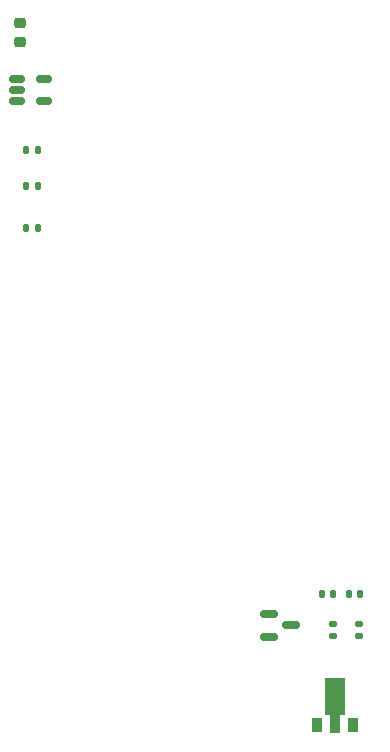
<source format=gbr>
%TF.GenerationSoftware,KiCad,Pcbnew,7.0.7*%
%TF.CreationDate,2024-05-12T05:58:01-05:00*%
%TF.ProjectId,ThinkTankTimerVote,5468696e-6b54-4616-9e6b-54696d657256,rev?*%
%TF.SameCoordinates,Original*%
%TF.FileFunction,Paste,Top*%
%TF.FilePolarity,Positive*%
%FSLAX46Y46*%
G04 Gerber Fmt 4.6, Leading zero omitted, Abs format (unit mm)*
G04 Created by KiCad (PCBNEW 7.0.7) date 2024-05-12 05:58:01*
%MOMM*%
%LPD*%
G01*
G04 APERTURE LIST*
G04 Aperture macros list*
%AMRoundRect*
0 Rectangle with rounded corners*
0 $1 Rounding radius*
0 $2 $3 $4 $5 $6 $7 $8 $9 X,Y pos of 4 corners*
0 Add a 4 corners polygon primitive as box body*
4,1,4,$2,$3,$4,$5,$6,$7,$8,$9,$2,$3,0*
0 Add four circle primitives for the rounded corners*
1,1,$1+$1,$2,$3*
1,1,$1+$1,$4,$5*
1,1,$1+$1,$6,$7*
1,1,$1+$1,$8,$9*
0 Add four rect primitives between the rounded corners*
20,1,$1+$1,$2,$3,$4,$5,0*
20,1,$1+$1,$4,$5,$6,$7,0*
20,1,$1+$1,$6,$7,$8,$9,0*
20,1,$1+$1,$8,$9,$2,$3,0*%
%AMFreePoly0*
4,1,9,3.862500,-0.866500,0.737500,-0.866500,0.737500,-0.450000,-0.737500,-0.450000,-0.737500,0.450000,0.737500,0.450000,0.737500,0.866500,3.862500,0.866500,3.862500,-0.866500,3.862500,-0.866500,$1*%
G04 Aperture macros list end*
%ADD10RoundRect,0.140000X-0.140000X-0.170000X0.140000X-0.170000X0.140000X0.170000X-0.140000X0.170000X0*%
%ADD11RoundRect,0.150000X-0.587500X-0.150000X0.587500X-0.150000X0.587500X0.150000X-0.587500X0.150000X0*%
%ADD12R,0.900000X1.300000*%
%ADD13FreePoly0,90.000000*%
%ADD14RoundRect,0.135000X-0.135000X-0.185000X0.135000X-0.185000X0.135000X0.185000X-0.135000X0.185000X0*%
%ADD15RoundRect,0.135000X0.185000X-0.135000X0.185000X0.135000X-0.185000X0.135000X-0.185000X-0.135000X0*%
%ADD16RoundRect,0.150000X-0.512500X-0.150000X0.512500X-0.150000X0.512500X0.150000X-0.512500X0.150000X0*%
%ADD17RoundRect,0.218750X0.256250X-0.218750X0.256250X0.218750X-0.256250X0.218750X-0.256250X-0.218750X0*%
G04 APERTURE END LIST*
D10*
%TO.C,C2*%
X196271000Y-120396000D03*
X197231000Y-120396000D03*
%TD*%
D11*
%TO.C,Q1*%
X191800000Y-122113000D03*
X191800000Y-124013000D03*
X193675000Y-123063000D03*
%TD*%
D12*
%TO.C,U2*%
X195858000Y-131490000D03*
D13*
X197358000Y-131402500D03*
D12*
X198858000Y-131490000D03*
%TD*%
D10*
%TO.C,C1*%
X198557000Y-120396000D03*
X199517000Y-120396000D03*
%TD*%
D14*
%TO.C,R4*%
X171214000Y-85904000D03*
X172234000Y-85904000D03*
%TD*%
D15*
%TO.C,R2*%
X197231000Y-123952000D03*
X197231000Y-122932000D03*
%TD*%
D10*
%TO.C,C3*%
X171224000Y-89408000D03*
X172184000Y-89408000D03*
%TD*%
D16*
%TO.C,U3*%
X170445000Y-76774000D03*
X170445000Y-77724000D03*
X170445000Y-78674000D03*
X172720000Y-78674000D03*
X172720000Y-76774000D03*
%TD*%
D17*
%TO.C,D1*%
X170688000Y-73660000D03*
X170688000Y-72085000D03*
%TD*%
D14*
%TO.C,R3*%
X171214000Y-82804000D03*
X172234000Y-82804000D03*
%TD*%
D15*
%TO.C,R1*%
X199390000Y-123952000D03*
X199390000Y-122932000D03*
%TD*%
M02*

</source>
